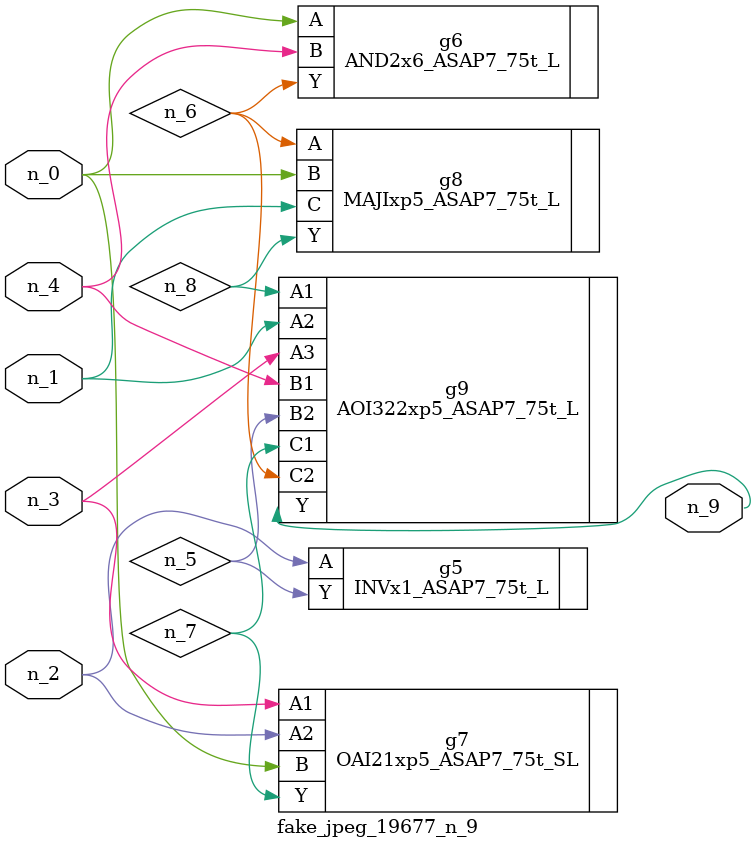
<source format=v>
module fake_jpeg_19677_n_9 (n_3, n_2, n_1, n_0, n_4, n_9);

input n_3;
input n_2;
input n_1;
input n_0;
input n_4;

output n_9;

wire n_8;
wire n_6;
wire n_5;
wire n_7;

INVx1_ASAP7_75t_L g5 ( 
.A(n_2),
.Y(n_5)
);

AND2x6_ASAP7_75t_L g6 ( 
.A(n_0),
.B(n_4),
.Y(n_6)
);

OAI21xp5_ASAP7_75t_SL g7 ( 
.A1(n_3),
.A2(n_2),
.B(n_0),
.Y(n_7)
);

MAJIxp5_ASAP7_75t_L g8 ( 
.A(n_6),
.B(n_0),
.C(n_1),
.Y(n_8)
);

AOI322xp5_ASAP7_75t_L g9 ( 
.A1(n_8),
.A2(n_1),
.A3(n_3),
.B1(n_4),
.B2(n_5),
.C1(n_7),
.C2(n_6),
.Y(n_9)
);


endmodule
</source>
